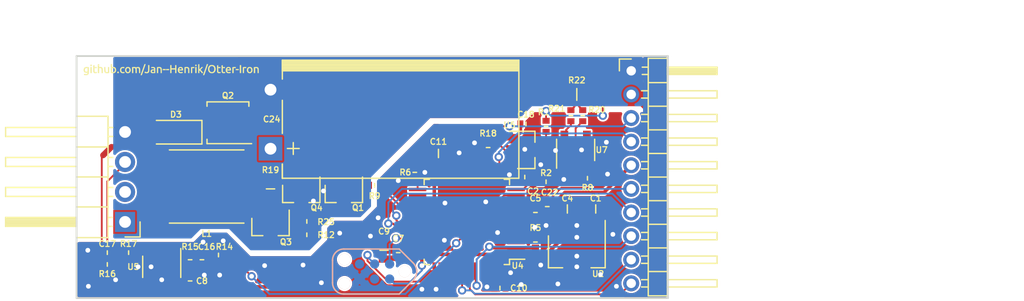
<source format=kicad_pcb>
(kicad_pcb (version 20171130) (host pcbnew 5.1.4+dfsg1-1)
  (layers (0 F.Cu mixed) (31 B.Cu mixed) (34 B.Paste user) (35 F.Paste user) (36 B.SilkS user) (37 F.SilkS user) (38 B.Mask user) (39 F.Mask user) (44 Edge.Cuts user))
  (net 0 "")
  (net 1 GND)
  (net 2 VBUS)
  (net 3 UIN)
  (net 4 +3V3)
  (net 5 "Net-(C16-Pad2)")
  (net 6 "Net-(C16-Pad1)")
  (net 7 C245_JUNC)
  (net 8 "Net-(C17-Pad1)")
  (net 9 IIN)
  (net 10 "Net-(D3-Pad1)")
  (net 11 USB_P)
  (net 12 USB_N)
  (net 13 OLED_SCL)
  (net 14 OLED_SDA)
  (net 15 "Net-(P1-Pad6)")
  (net 16 SWCLK)
  (net 17 nRST)
  (net 18 SWDIO)
  (net 19 "Net-(Q1-Pad3)")
  (net 20 "Net-(Q1-Pad1)")
  (net 21 "Net-(Q2-Pad4)")
  (net 22 "Net-(Q3-Pad2)")
  (net 23 "Net-(Q3-Pad1)")
  (net 24 INT_N)
  (net 25 PWM)
  (net 26 TTIP)
  (net 27 "Net-(R17-Pad2)")
  (net 28 "Net-(R18-Pad2)")
  (net 29 TREF)
  (net 30 "Net-(R20-Pad2)")
  (net 31 "Net-(R21-Pad1)")
  (net 32 "Net-(U4-Pad46)")
  (net 33 "Net-(U4-Pad45)")
  (net 34 "Net-(U4-Pad41)")
  (net 35 "Net-(U4-Pad40)")
  (net 36 "Net-(U4-Pad39)")
  (net 37 "Net-(U4-Pad38)")
  (net 38 "Net-(U4-Pad31)")
  (net 39 "Net-(U4-Pad30)")
  (net 40 "Net-(U4-Pad28)")
  (net 41 "Net-(U4-Pad27)")
  (net 42 "Net-(U4-Pad26)")
  (net 43 "Net-(U4-Pad20)")
  (net 44 "Net-(U4-Pad19)")
  (net 45 "Net-(U4-Pad18)")
  (net 46 "Net-(U4-Pad17)")
  (net 47 "Net-(U4-Pad16)")
  (net 48 "Net-(U4-Pad14)")
  (net 49 "Net-(U4-Pad6)")
  (net 50 "Net-(U4-Pad5)")
  (net 51 "Net-(U4-Pad4)")
  (net 52 "Net-(U4-Pad3)")
  (net 53 "Net-(J3-Pad2)")
  (net 54 "Net-(J3-Pad1)")
  (net 55 SW2)
  (net 56 SW1)
  (net 57 "Net-(P1-Pad3)")
  (net 58 "Net-(C24-Pad1)")
  (net 59 "Net-(U4-Pad22)")
  (net 60 "Net-(U4-Pad21)")
  (module otter:otter-iron-github (layer F.Cu) (at 58 100.9)
    (fp_text reference G*** hide)
    (fp_text value LOGO hide)
  )
  (module Connector_PinHeader_2.00mm:PinHeader_1x10_P2.00mm_Horizontal (layer F.Cu) (at 96.9 101)
    (fp_text reference J1 hide)
    (fp_text value Conn_01x10)
    (pad 10 thru_hole oval (at 0 18) (size 1.35 1.35) (drill 0.8) (layers *.Cu *.Mask) (net 14 OLED_SDA))
    (pad 9 thru_hole oval (at 0 16) (size 1.35 1.35) (drill 0.8) (layers *.Cu *.Mask) (net 13 OLED_SCL))
    (pad 8 thru_hole oval (at 0 14) (size 1.35 1.35) (drill 0.8) (layers *.Cu *.Mask) (net 55 SW2))
    (pad 7 thru_hole oval (at 0 12) (size 1.35 1.35) (drill 0.8) (layers *.Cu *.Mask) (net 12 USB_N))
    (pad 6 thru_hole oval (at 0 10) (size 1.35 1.35) (drill 0.8) (layers *.Cu *.Mask) (net 11 USB_P))
    (pad 5 thru_hole oval (at 0 8) (size 1.35 1.35) (drill 0.8) (layers *.Cu *.Mask) (net 4 +3V3))
    (pad 4 thru_hole oval (at 0 6) (size 1.35 1.35) (drill 0.8) (layers *.Cu *.Mask) (net 56 SW1))
    (pad 3 thru_hole oval (at 0 4) (size 1.35 1.35) (drill 0.8) (layers *.Cu *.Mask) (net 24 INT_N))
    (pad 2 thru_hole oval (at 0 2) (size 1.35 1.35) (drill 0.8) (layers *.Cu *.Mask) (net 2 VBUS))
    (pad 1 thru_hole rect (at 0 0) (size 1.35 1.35) (drill 0.8) (layers *.Cu *.Mask) (net 1 GND))
  )
  (module otter:LQFP-48_7x7mm_P0.5mm (layer F.Cu) (at 83 113.8 180)
    (fp_text reference U4 (at -4.3 -3.7) (layer F.SilkS) (effects (font (size 0.5 0.5) (thickness 0.1))))
    (fp_text value STM32F072C8Tx hide)
    (pad 48 smd rect (at -2.75 -4.1625 180) (size 0.3 1.475) (layers F.Cu F.Paste F.Mask) (net 4 +3V3))
    (pad 47 smd rect (at -2.25 -4.1625 180) (size 0.3 1.475) (layers F.Cu F.Paste F.Mask) (net 1 GND))
    (pad 46 smd rect (at -1.75 -4.1625 180) (size 0.3 1.475) (layers F.Cu F.Paste F.Mask) (net 32 "Net-(U4-Pad46)"))
    (pad 45 smd rect (at -1.25 -4.1625 180) (size 0.3 1.475) (layers F.Cu F.Paste F.Mask) (net 33 "Net-(U4-Pad45)"))
    (pad 44 smd rect (at -0.75 -4.1625 180) (size 0.3 1.475) (layers F.Cu F.Paste F.Mask) (net 55 SW2))
    (pad 43 smd rect (at -0.25 -4.1625 180) (size 0.3 1.475) (layers F.Cu F.Paste F.Mask) (net 14 OLED_SDA))
    (pad 42 smd rect (at 0.25 -4.1625 180) (size 0.3 1.475) (layers F.Cu F.Paste F.Mask) (net 13 OLED_SCL))
    (pad 41 smd rect (at 0.75 -4.1625 180) (size 0.3 1.475) (layers F.Cu F.Paste F.Mask) (net 34 "Net-(U4-Pad41)"))
    (pad 40 smd rect (at 1.25 -4.1625 180) (size 0.3 1.475) (layers F.Cu F.Paste F.Mask) (net 35 "Net-(U4-Pad40)"))
    (pad 39 smd rect (at 1.75 -4.1625 180) (size 0.3 1.475) (layers F.Cu F.Paste F.Mask) (net 36 "Net-(U4-Pad39)"))
    (pad 38 smd rect (at 2.25 -4.1625 180) (size 0.3 1.475) (layers F.Cu F.Paste F.Mask) (net 37 "Net-(U4-Pad38)"))
    (pad 37 smd rect (at 2.75 -4.1625 180) (size 0.3 1.475) (layers F.Cu F.Paste F.Mask) (net 16 SWCLK))
    (pad 36 smd rect (at 4.1625 -2.75 180) (size 1.475 0.3) (layers F.Cu F.Paste F.Mask) (net 4 +3V3))
    (pad 35 smd rect (at 4.1625 -2.25 180) (size 1.475 0.3) (layers F.Cu F.Paste F.Mask) (net 1 GND))
    (pad 34 smd rect (at 4.1625 -1.75 180) (size 1.475 0.3) (layers F.Cu F.Paste F.Mask) (net 18 SWDIO))
    (pad 33 smd rect (at 4.1625 -1.25 180) (size 1.475 0.3) (layers F.Cu F.Paste F.Mask) (net 11 USB_P))
    (pad 32 smd rect (at 4.1625 -0.75 180) (size 1.475 0.3) (layers F.Cu F.Paste F.Mask) (net 12 USB_N))
    (pad 31 smd rect (at 4.1625 -0.25 180) (size 1.475 0.3) (layers F.Cu F.Paste F.Mask) (net 38 "Net-(U4-Pad31)"))
    (pad 30 smd rect (at 4.1625 0.25 180) (size 1.475 0.3) (layers F.Cu F.Paste F.Mask) (net 39 "Net-(U4-Pad30)"))
    (pad 29 smd rect (at 4.1625 0.75 180) (size 1.475 0.3) (layers F.Cu F.Paste F.Mask) (net 25 PWM))
    (pad 28 smd rect (at 4.1625 1.25 180) (size 1.475 0.3) (layers F.Cu F.Paste F.Mask) (net 40 "Net-(U4-Pad28)"))
    (pad 27 smd rect (at 4.1625 1.75 180) (size 1.475 0.3) (layers F.Cu F.Paste F.Mask) (net 41 "Net-(U4-Pad27)"))
    (pad 26 smd rect (at 4.1625 2.25 180) (size 1.475 0.3) (layers F.Cu F.Paste F.Mask) (net 42 "Net-(U4-Pad26)"))
    (pad 25 smd rect (at 4.1625 2.75 180) (size 1.475 0.3) (layers F.Cu F.Paste F.Mask) (net 24 INT_N))
    (pad 24 smd rect (at 2.75 4.1625 180) (size 0.3 1.475) (layers F.Cu F.Paste F.Mask) (net 4 +3V3))
    (pad 23 smd rect (at 2.25 4.1625 180) (size 0.3 1.475) (layers F.Cu F.Paste F.Mask) (net 1 GND))
    (pad 22 smd rect (at 1.75 4.1625 180) (size 0.3 1.475) (layers F.Cu F.Paste F.Mask) (net 59 "Net-(U4-Pad22)"))
    (pad 21 smd rect (at 1.25 4.1625 180) (size 0.3 1.475) (layers F.Cu F.Paste F.Mask) (net 60 "Net-(U4-Pad21)"))
    (pad 20 smd rect (at 0.75 4.1625 180) (size 0.3 1.475) (layers F.Cu F.Paste F.Mask) (net 43 "Net-(U4-Pad20)"))
    (pad 19 smd rect (at 0.25 4.1625 180) (size 0.3 1.475) (layers F.Cu F.Paste F.Mask) (net 44 "Net-(U4-Pad19)"))
    (pad 18 smd rect (at -0.25 4.1625 180) (size 0.3 1.475) (layers F.Cu F.Paste F.Mask) (net 45 "Net-(U4-Pad18)"))
    (pad 17 smd rect (at -0.75 4.1625 180) (size 0.3 1.475) (layers F.Cu F.Paste F.Mask) (net 46 "Net-(U4-Pad17)"))
    (pad 16 smd rect (at -1.25 4.1625 180) (size 0.3 1.475) (layers F.Cu F.Paste F.Mask) (net 47 "Net-(U4-Pad16)"))
    (pad 15 smd rect (at -1.75 4.1625 180) (size 0.3 1.475) (layers F.Cu F.Paste F.Mask) (net 29 TREF))
    (pad 14 smd rect (at -2.25 4.1625 180) (size 0.3 1.475) (layers F.Cu F.Paste F.Mask) (net 48 "Net-(U4-Pad14)"))
    (pad 13 smd rect (at -2.75 4.1625 180) (size 0.3 1.475) (layers F.Cu F.Paste F.Mask) (net 56 SW1))
    (pad 12 smd rect (at -4.1625 2.75 180) (size 1.475 0.3) (layers F.Cu F.Paste F.Mask) (net 3 UIN))
    (pad 11 smd rect (at -4.1625 2.25 180) (size 1.475 0.3) (layers F.Cu F.Paste F.Mask) (net 26 TTIP))
    (pad 10 smd rect (at -4.1625 1.75 180) (size 1.475 0.3) (layers F.Cu F.Paste F.Mask) (net 9 IIN))
    (pad 9 smd rect (at -4.1625 1.25 180) (size 1.475 0.3) (layers F.Cu F.Paste F.Mask) (net 4 +3V3))
    (pad 8 smd rect (at -4.1625 0.75 180) (size 1.475 0.3) (layers F.Cu F.Paste F.Mask) (net 1 GND))
    (pad 7 smd rect (at -4.1625 0.25 180) (size 1.475 0.3) (layers F.Cu F.Paste F.Mask) (net 17 nRST))
    (pad 6 smd rect (at -4.1625 -0.25 180) (size 1.475 0.3) (layers F.Cu F.Paste F.Mask) (net 49 "Net-(U4-Pad6)"))
    (pad 5 smd rect (at -4.1625 -0.75 180) (size 1.475 0.3) (layers F.Cu F.Paste F.Mask) (net 50 "Net-(U4-Pad5)"))
    (pad 4 smd rect (at -4.1625 -1.25 180) (size 1.475 0.3) (layers F.Cu F.Paste F.Mask) (net 51 "Net-(U4-Pad4)"))
    (pad 3 smd rect (at -4.1625 -1.75 180) (size 1.475 0.3) (layers F.Cu F.Paste F.Mask) (net 52 "Net-(U4-Pad3)"))
    (pad 2 smd rect (at -4.1625 -2.25 180) (size 1.475 0.3) (layers F.Cu F.Paste F.Mask) (net 55 SW2))
    (pad 1 smd rect (at -4.1625 -2.75 180) (size 1.475 0.3) (layers F.Cu F.Paste F.Mask) (net 4 +3V3))
  )
  (module Inductor_SMD:L_Taiyo-Yuden_NR-60xx (layer F.Cu) (at 61 110.8 180)
    (fp_text reference L1 (at 0 -4) (layer F.SilkS) (effects (font (size 0.5 0.5) (thickness 0.1))))
    (fp_text value 4.7u)
    (pad 2 smd rect (at 2.35 0 180) (size 1.6 5.9) (layers F.Cu F.Paste F.Mask) (net 54 "Net-(J3-Pad1)"))
    (pad 1 smd rect (at -2.35 0 180) (size 1.6 5.9) (layers F.Cu F.Paste F.Mask) (net 10 "Net-(D3-Pad1)"))
  )
  (module Connector_PinHeader_2.54mm:PinHeader_1x04_P2.54mm_Horizontal (layer F.Cu) (at 54.1 110 180)
    (fp_text reference J3 hide)
    (fp_text value C245)
    (pad 4 thru_hole oval (at 0 3.82 180) (size 1.7 1.7) (drill 1) (layers *.Cu *.Mask) (net 1 GND))
    (pad 3 thru_hole oval (at 0 1.28 180) (size 1.7 1.7) (drill 1) (layers *.Cu *.Mask) (net 7 C245_JUNC))
    (pad 2 thru_hole oval (at 0 -1.26 180) (size 1.7 1.7) (drill 1) (layers *.Cu *.Mask) (net 53 "Net-(J3-Pad2)"))
    (pad 1 thru_hole rect (at 0 -3.8 180) (size 1.7 1.7) (drill 1) (layers *.Cu *.Mask) (net 54 "Net-(J3-Pad1)"))
  )
  (module Package_TO_SOT_SMD:SOT-23-5 (layer F.Cu) (at 92.2 107.7 90)
    (fp_text reference U7 (at 0 2.2 180) (layer F.SilkS) (effects (font (size 0.5 0.5) (thickness 0.1))))
    (fp_text value SI8540)
    (pad 5 smd rect (at 1.1 -0.95 90) (size 1.06 0.65) (layers F.Cu F.Paste F.Mask) (net 31 "Net-(R21-Pad1)"))
    (pad 4 smd rect (at 1.1 0.95 90) (size 1.06 0.65) (layers F.Cu F.Paste F.Mask) (net 9 IIN))
    (pad 3 smd rect (at -1.1 0.95 90) (size 1.06 0.65) (layers F.Cu F.Paste F.Mask) (net 1 GND))
    (pad 2 smd rect (at -1.1 0 90) (size 1.06 0.65) (layers F.Cu F.Paste F.Mask) (net 1 GND))
    (pad 1 smd rect (at -1.1 -0.95 90) (size 1.06 0.65) (layers F.Cu F.Paste F.Mask) (net 30 "Net-(R20-Pad2)"))
  )
  (module Package_TO_SOT_SMD:SOT-23 (layer F.Cu) (at 88 107.7)
    (fp_text reference U6 (at -1.4 -2.1) (layer F.SilkS) (effects (font (size 0.5 0.5) (thickness 0.1))))
    (fp_text value MCP9700AT-ETT)
    (pad 3 smd rect (at 1 0) (size 0.9 0.8) (layers F.Cu F.Paste F.Mask) (net 1 GND))
    (pad 2 smd rect (at -1 0.95) (size 0.9 0.8) (layers F.Cu F.Paste F.Mask) (net 28 "Net-(R18-Pad2)"))
    (pad 1 smd rect (at -1 -0.95) (size 0.9 0.8) (layers F.Cu F.Paste F.Mask) (net 4 +3V3))
  )
  (module Package_TO_SOT_SMD:SOT-23-5 (layer F.Cu) (at 57.2 117.6 270)
    (fp_text reference U5 (at 0 2.4 180) (layer F.SilkS) (effects (font (size 0.5 0.5) (thickness 0.1))))
    (fp_text value OPA340NA)
    (pad 5 smd rect (at 1.1 -0.95 270) (size 1.06 0.65) (layers F.Cu F.Paste F.Mask) (net 4 +3V3))
    (pad 4 smd rect (at 1.1 0.95 270) (size 1.06 0.65) (layers F.Cu F.Paste F.Mask) (net 6 "Net-(C16-Pad1)"))
    (pad 3 smd rect (at -1.1 0.95 270) (size 1.06 0.65) (layers F.Cu F.Paste F.Mask) (net 27 "Net-(R17-Pad2)"))
    (pad 2 smd rect (at -1.1 0 270) (size 1.06 0.65) (layers F.Cu F.Paste F.Mask) (net 1 GND))
    (pad 1 smd rect (at -1.1 -0.95 270) (size 1.06 0.65) (layers F.Cu F.Paste F.Mask) (net 5 "Net-(C16-Pad2)"))
  )
  (module Package_TO_SOT_SMD:SOT-89-3 (layer F.Cu) (at 92.3 115.9 270)
    (fp_text reference U2 (at 2.3 -1.8 180) (layer F.SilkS) (effects (font (size 0.5 0.5) (thickness 0.1))))
    (fp_text value AP2204R-3.3)
    (pad 2 smd trapezoid (at -0.0762 0) (size 1.5 1) (rect_delta 0 0.7) (layers F.Cu F.Paste F.Mask) (net 1 GND))
    (pad 2 smd rect (at 1.3335 0 180) (size 2.2 1.84) (layers F.Cu F.Paste F.Mask) (net 1 GND))
    (pad 3 smd rect (at -1.48 1.5 180) (size 1 1.5) (layers F.Cu F.Paste F.Mask) (net 4 +3V3))
    (pad 2 smd rect (at -1.3335 0 180) (size 1 1.8) (layers F.Cu F.Paste F.Mask) (net 1 GND))
    (pad 1 smd rect (at -1.48 -1.5 180) (size 1 1.5) (layers F.Cu F.Paste F.Mask) (net 2 VBUS))
    (pad 2 smd trapezoid (at 2.667 0 180) (size 1.6 0.85) (rect_delta 0 0.6) (layers F.Cu F.Paste F.Mask) (net 1 GND))
  )
  (module otter:R_0402 (layer F.Cu) (at 69.470711 113.756497 180)
    (fp_text reference R25 (at -1.629289 -0.043503) (layer F.SilkS) (effects (font (size 0.5 0.5) (thickness 0.1))))
    (fp_text value 2k37 hide)
    (pad 2 smd rect (at 0.47 0 180) (size 0.5 0.6) (layers F.Cu F.Paste F.Mask) (net 23 "Net-(Q3-Pad1)"))
    (pad 1 smd rect (at -0.47 0 180) (size 0.5 0.6) (layers F.Cu F.Paste F.Mask) (net 19 "Net-(Q1-Pad3)"))
  )
  (module otter:R_0805 (layer F.Cu) (at 92.3 103 180)
    (fp_text reference R22 (at 0 1.2) (layer F.SilkS) (effects (font (size 0.5 0.5) (thickness 0.1))))
    (fp_text value 10m hide)
    (pad 2 smd rect (at 0.95 0 180) (size 0.7 1.3) (layers F.Cu F.Paste F.Mask) (net 58 "Net-(C24-Pad1)"))
    (pad 1 smd rect (at -0.95 0 180) (size 0.7 1.3) (layers F.Cu F.Paste F.Mask) (net 2 VBUS))
  )
  (module otter:R_0402 (layer F.Cu) (at 91.8 104.8 90)
    (fp_text reference R21 (at 0.6 -1.2) (layer F.SilkS) (effects (font (size 0.5 0.5) (thickness 0.1))))
    (fp_text value 33 hide)
    (pad 2 smd rect (at 0.47 0 90) (size 0.5 0.6) (layers F.Cu F.Paste F.Mask) (net 58 "Net-(C24-Pad1)"))
    (pad 1 smd rect (at -0.47 0 90) (size 0.5 0.6) (layers F.Cu F.Paste F.Mask) (net 31 "Net-(R21-Pad1)"))
  )
  (module otter:R_0402 (layer F.Cu) (at 92.8 104.8 270)
    (fp_text reference R20 (at -0.5 -1.2 180) (layer F.SilkS) (effects (font (size 0.5 0.5) (thickness 0.1))))
    (fp_text value 33 hide)
    (pad 2 smd rect (at 0.47 0 270) (size 0.5 0.6) (layers F.Cu F.Paste F.Mask) (net 30 "Net-(R20-Pad2)"))
    (pad 1 smd rect (at -0.47 0 270) (size 0.5 0.6) (layers F.Cu F.Paste F.Mask) (net 2 VBUS))
  )
  (module otter:R_0603 (layer F.Cu) (at 66.4 111 90)
    (fp_text reference R19 (at 1.6 0 180) (layer F.SilkS) (effects (font (size 0.5 0.5) (thickness 0.1))))
    (fp_text value 20 hide)
    (pad 2 smd rect (at 0.75 0 90) (size 0.6 0.9) (layers F.Cu F.Paste F.Mask) (net 21 "Net-(Q2-Pad4)"))
    (pad 1 smd rect (at -0.75 0 90) (size 0.6 0.9) (layers F.Cu F.Paste F.Mask) (net 22 "Net-(Q3-Pad2)"))
  )
  (module otter:R_0402 (layer F.Cu) (at 84.8 107.5 90)
    (fp_text reference R18 (at 1.2 0 180) (layer F.SilkS) (effects (font (size 0.5 0.5) (thickness 0.1))))
    (fp_text value 2k37 hide)
    (pad 2 smd rect (at 0.47 0 90) (size 0.5 0.6) (layers F.Cu F.Paste F.Mask) (net 28 "Net-(R18-Pad2)"))
    (pad 1 smd rect (at -0.47 0 90) (size 0.5 0.6) (layers F.Cu F.Paste F.Mask) (net 29 TREF))
  )
  (module otter:R_0402 (layer F.Cu) (at 54.4 116.4)
    (fp_text reference R17 (at 0 -0.75) (layer F.SilkS) (effects (font (size 0.5 0.5) (thickness 0.1))))
    (fp_text value 100k hide)
    (pad 2 smd rect (at 0.47 0) (size 0.5 0.6) (layers F.Cu F.Paste F.Mask) (net 27 "Net-(R17-Pad2)"))
    (pad 1 smd rect (at -0.47 0) (size 0.5 0.6) (layers F.Cu F.Paste F.Mask) (net 7 C245_JUNC))
  )
  (module otter:R_0402 (layer F.Cu) (at 52.6 117.4)
    (fp_text reference R16 (at 0 0.8) (layer F.SilkS) (effects (font (size 0.5 0.5) (thickness 0.1))))
    (fp_text value 2k37 hide)
    (pad 2 smd rect (at 0.47 0) (size 0.5 0.6) (layers F.Cu F.Paste F.Mask) (net 6 "Net-(C16-Pad1)"))
    (pad 1 smd rect (at -0.47 0) (size 0.5 0.6) (layers F.Cu F.Paste F.Mask) (net 8 "Net-(C17-Pad1)"))
  )
  (module otter:R_0402 (layer F.Cu) (at 59.6 117 90)
    (fp_text reference R15 (at 1.1 0 180) (layer F.SilkS) (effects (font (size 0.5 0.5) (thickness 0.1))))
    (fp_text value 750k hide)
    (pad 2 smd rect (at 0.47 0 90) (size 0.5 0.6) (layers F.Cu F.Paste F.Mask) (net 5 "Net-(C16-Pad2)"))
    (pad 1 smd rect (at -0.47 0 90) (size 0.5 0.6) (layers F.Cu F.Paste F.Mask) (net 6 "Net-(C16-Pad1)"))
  )
  (module otter:R_0402 (layer F.Cu) (at 62 116.6)
    (fp_text reference R14 (at 0.5 -0.7) (layer F.SilkS) (effects (font (size 0.5 0.5) (thickness 0.1))))
    (fp_text value 2k37 hide)
    (pad 2 smd rect (at 0.47 0) (size 0.5 0.6) (layers F.Cu F.Paste F.Mask) (net 26 TTIP))
    (pad 1 smd rect (at -0.47 0) (size 0.5 0.6) (layers F.Cu F.Paste F.Mask) (net 5 "Net-(C16-Pad2)"))
  )
  (module otter:R_0402 (layer F.Cu) (at 69.470711 114.887868)
    (fp_text reference R12 (at 1.629289 0.012132) (layer F.SilkS) (effects (font (size 0.5 0.5) (thickness 0.1))))
    (fp_text value 2k37 hide)
    (pad 2 smd rect (at 0.47 0) (size 0.5 0.6) (layers F.Cu F.Paste F.Mask) (net 19 "Net-(Q1-Pad3)"))
    (pad 1 smd rect (at -0.47 0) (size 0.5 0.6) (layers F.Cu F.Paste F.Mask) (net 58 "Net-(C24-Pad1)"))
  )
  (module otter:R_0402 (layer F.Cu) (at 75.2 110.7 180)
    (fp_text reference R9 (at 0 -0.9) (layer F.SilkS) (effects (font (size 0.5 0.5) (thickness 0.1))))
    (fp_text value 2k37 hide)
    (pad 2 smd rect (at 0.47 0 180) (size 0.5 0.6) (layers F.Cu F.Paste F.Mask) (net 20 "Net-(Q1-Pad1)"))
    (pad 1 smd rect (at -0.47 0 180) (size 0.5 0.6) (layers F.Cu F.Paste F.Mask) (net 25 PWM))
  )
  (module otter:R_0402 (layer F.Cu) (at 93.2 110.1 180)
    (fp_text reference R8 (at 0 -0.8) (layer F.SilkS) (effects (font (size 0.5 0.5) (thickness 0.1))))
    (fp_text value 2k37 hide)
    (pad 2 smd rect (at 0.47 0 180) (size 0.5 0.6) (layers F.Cu F.Paste F.Mask) (net 1 GND))
    (pad 1 smd rect (at -0.47 0 180) (size 0.5 0.6) (layers F.Cu F.Paste F.Mask) (net 9 IIN))
  )
  (module otter:R_0402 (layer F.Cu) (at 78.6 109.6 90)
    (fp_text reference R6 (at 0 -0.8 180) (layer F.SilkS) (effects (font (size 0.5 0.5) (thickness 0.1))))
    (fp_text value 2k37 hide)
    (pad 2 smd rect (at 0.47 0 90) (size 0.5 0.6) (layers F.Cu F.Paste F.Mask) (net 4 +3V3))
    (pad 1 smd rect (at -0.47 0 90) (size 0.5 0.6) (layers F.Cu F.Paste F.Mask) (net 24 INT_N))
  )
  (module otter:R_0402 (layer F.Cu) (at 88.8 115.5 270)
    (fp_text reference R5 (at -1.2 0 180) (layer F.SilkS) (effects (font (size 0.5 0.5) (thickness 0.1))))
    (fp_text value 2k37 hide)
    (pad 2 smd rect (at 0.47 0 270) (size 0.5 0.6) (layers F.Cu F.Paste F.Mask) (net 55 SW2))
    (pad 1 smd rect (at -0.47 0 270) (size 0.5 0.6) (layers F.Cu F.Paste F.Mask) (net 1 GND))
  )
  (module otter:R_0402 (layer F.Cu) (at 89.7 110.4)
    (fp_text reference R2 (at 0 -0.75) (layer F.SilkS) (effects (font (size 0.5 0.5) (thickness 0.1))))
    (fp_text value 100k hide)
    (pad 2 smd rect (at 0.47 0) (size 0.5 0.6) (layers F.Cu F.Paste F.Mask) (net 1 GND))
    (pad 1 smd rect (at -0.47 0) (size 0.5 0.6) (layers F.Cu F.Paste F.Mask) (net 3 UIN))
  )
  (module otter:R_0402 (layer F.Cu) (at 89.7 105.7 270)
    (fp_text reference R1 (at -1.2 0.2 180) (layer F.SilkS) (effects (font (size 0.5 0.5) (thickness 0.1))))
    (fp_text value 560k hide)
    (pad 2 smd rect (at 0.47 0 270) (size 0.5 0.6) (layers F.Cu F.Paste F.Mask) (net 3 UIN))
    (pad 1 smd rect (at -0.47 0 270) (size 0.5 0.6) (layers F.Cu F.Paste F.Mask) (net 2 VBUS))
  )
  (module Package_TO_SOT_SMD:SOT-23 (layer F.Cu) (at 69 111.4 270)
    (fp_text reference Q4 (at 1.2 -1.3 180) (layer F.SilkS) (effects (font (size 0.5 0.5) (thickness 0.1))))
    (fp_text value BC807)
    (pad 3 smd rect (at 1 0 270) (size 0.9 0.8) (layers F.Cu F.Paste F.Mask) (net 1 GND))
    (pad 2 smd rect (at -1 0.95 270) (size 0.9 0.8) (layers F.Cu F.Paste F.Mask) (net 22 "Net-(Q3-Pad2)"))
    (pad 1 smd rect (at -1 -0.95 270) (size 0.9 0.8) (layers F.Cu F.Paste F.Mask) (net 23 "Net-(Q3-Pad1)"))
  )
  (module Package_TO_SOT_SMD:SOT-23 (layer F.Cu) (at 66.4 114.2 270)
    (fp_text reference Q3 (at 1.3 -1.3 180) (layer F.SilkS) (effects (font (size 0.5 0.5) (thickness 0.1))))
    (fp_text value SS8050)
    (pad 3 smd rect (at 1 0 270) (size 0.9 0.8) (layers F.Cu F.Paste F.Mask) (net 58 "Net-(C24-Pad1)"))
    (pad 2 smd rect (at -1 0.95 270) (size 0.9 0.8) (layers F.Cu F.Paste F.Mask) (net 22 "Net-(Q3-Pad2)"))
    (pad 1 smd rect (at -1 -0.95 270) (size 0.9 0.8) (layers F.Cu F.Paste F.Mask) (net 23 "Net-(Q3-Pad1)"))
  )
  (module otter:Diodes_PowerDI3333-8 (layer F.Cu) (at 62.8 105.4 180)
    (fp_text reference Q2 (at 0 2.3) (layer F.SilkS) (effects (font (size 0.5 0.5) (thickness 0.1))))
    (fp_text value DMP3017SFG)
    (pad 1 smd rect (at -1.5 -0.975 180) (size 0.7 0.42) (layers F.Cu F.Paste F.Mask) (net 58 "Net-(C24-Pad1)"))
    (pad 3 smd rect (at -1.5 0.325 180) (size 0.7 0.42) (layers F.Cu F.Paste F.Mask) (net 58 "Net-(C24-Pad1)"))
    (pad 2 smd rect (at -1.5 -0.325 180) (size 0.7 0.42) (layers F.Cu F.Paste F.Mask) (net 58 "Net-(C24-Pad1)"))
    (pad 4 smd rect (at -1.5 0.975 180) (size 0.7 0.42) (layers F.Cu F.Paste F.Mask) (net 21 "Net-(Q2-Pad4)"))
    (pad 5 smd custom (at 0.455 0 180) (size 1.71 2.37) (layers F.Cu F.Mask) (net 10 "Net-(D3-Pad1)") (options (clearance outline) (anchor rect)) (primitives (gr_poly (pts (xy 0.855 1.185) (xy 1.395 1.185) (xy 1.395 0.765) (xy 0.855 0.765)) (width 0)) (gr_poly (pts (xy 0.855 0.535) (xy 1.395 0.535) (xy 1.395 0.115) (xy 0.855 0.115)) (width 0)) (gr_poly (pts (xy 0.855 -0.115) (xy 1.395 -0.115) (xy 1.395 -0.535) (xy 0.855 -0.535)) (width 0)) (gr_poly (pts (xy 0.855 -0.765) (xy 1.395 -0.765) (xy 1.395 -1.185) (xy 0.855 -1.185)) (width 0))))
  )
  (module Package_TO_SOT_SMD:SOT-23 (layer F.Cu) (at 72.6 111.4 270)
    (fp_text reference Q1 (at 1.2 -1.2 180) (layer F.SilkS) (effects (font (size 0.5 0.5) (thickness 0.1))))
    (fp_text value SS8050)
    (pad 3 smd rect (at 1 0 270) (size 0.9 0.8) (layers F.Cu F.Paste F.Mask) (net 19 "Net-(Q1-Pad3)"))
    (pad 2 smd rect (at -1 0.95 270) (size 0.9 0.8) (layers F.Cu F.Paste F.Mask) (net 1 GND))
    (pad 1 smd rect (at -1 -0.95 270) (size 0.9 0.8) (layers F.Cu F.Paste F.Mask) (net 20 "Net-(Q1-Pad1)"))
  )
  (module otter:TC2030 (layer B.Cu) (at 75.2 118 180)
    (fp_text reference P1 hide)
    (fp_text value TC2030-CTX hide)
    (pad "" np_thru_hole circle (at 2.54 -1.016 180) (size 0.98552 0.98552) (drill 0.98552) (layers *.Cu *.Mask B.SilkS))
    (pad "" np_thru_hole circle (at 2.54 1.016 180) (size 0.98552 0.98552) (drill 0.98552) (layers *.Cu *.Mask B.SilkS))
    (pad "" np_thru_hole circle (at -2.54 0 180) (size 0.98806 0.98806) (drill 0.98806) (layers *.Cu *.Mask B.SilkS))
    (pad 6 connect circle (at 1.27 0.635 180) (size 0.78486 0.78486) (layers B.Cu B.Mask) (net 15 "Net-(P1-Pad6)"))
    (pad 5 connect circle (at 1.27 -0.635 180) (size 0.78486 0.78486) (layers B.Cu B.Mask) (net 1 GND))
    (pad 4 connect circle (at 0 0.635 180) (size 0.78486 0.78486) (layers B.Cu B.Mask) (net 16 SWCLK))
    (pad 3 connect circle (at 0 -0.635 180) (size 0.78486 0.78486) (layers B.Cu B.Mask) (net 57 "Net-(P1-Pad3)"))
    (pad 2 connect circle (at -1.27 0.635 180) (size 0.78486 0.78486) (layers B.Cu B.Mask) (net 18 SWDIO))
    (pad 1 connect circle (at -1.27 -0.635 180) (size 0.78486 0.78486) (layers B.Cu B.Mask) (net 4 +3V3))
  )
  (module NetTie:NetTie-2_SMD_Pad0.5mm (layer F.Cu) (at 52.6 107.8 45)
    (fp_text reference NT1 hide)
    (fp_text value JUNC_N)
    (fp_poly (pts (xy -0.5 -0.25) (xy 0.5 -0.25) (xy 0.5 0.25) (xy -0.5 0.25)) (layer F.Cu) (width 0))
    (pad 2 smd circle (at 0.5 0 45) (size 0.5 0.5) (layers F.Cu) (net 1 GND))
    (pad 1 smd circle (at -0.5 0 45) (size 0.5 0.5) (layers F.Cu) (net 8 "Net-(C17-Pad1)"))
  )
  (module Diode_SMD:D_SOD-123F (layer F.Cu) (at 58.4 106.2 180)
    (fp_text reference D3 (at 0 1.5) (layer F.SilkS) (effects (font (size 0.5 0.5) (thickness 0.1))))
    (fp_text value B140-E3)
    (pad 2 smd rect (at 1.4 0 180) (size 1.1 1.1) (layers F.Cu F.Paste F.Mask) (net 1 GND))
    (pad 1 smd rect (at -1.4 0 180) (size 1.1 1.1) (layers F.Cu F.Paste F.Mask) (net 10 "Net-(D3-Pad1)"))
  )
  (module otter:CP_Radial_D10.0mm_P5.00mm_flat (layer F.Cu) (at 66.4 105.1 90)
    (fp_text reference C24 (at 0 0.1 180) (layer F.SilkS) (effects (font (size 0.5 0.5) (thickness 0.1))))
    (fp_text value 1000µF)
    (pad 2 thru_hole circle (at 2.5 0 90) (size 2 2) (drill 1) (layers *.Cu *.Mask) (net 1 GND))
    (pad 1 thru_hole rect (at -2.5 0 90) (size 2 2) (drill 1) (layers *.Cu *.Mask) (net 58 "Net-(C24-Pad1)"))
  )
  (module otter:C_0402 (layer F.Cu) (at 89.8 112.5 270)
    (fp_text reference C22 (at -1.2 -0.2 180) (layer F.SilkS) (effects (font (size 0.5 0.5) (thickness 0.1))))
    (fp_text value 0.1μF hide)
    (pad 2 smd rect (at 0.47 0 270) (size 0.5 0.6) (layers F.Cu F.Paste F.Mask) (net 1 GND))
    (pad 1 smd rect (at -0.47 0 270) (size 0.5 0.6) (layers F.Cu F.Paste F.Mask) (net 9 IIN))
  )
  (module otter:C_0402 (layer F.Cu) (at 88 105.5)
    (fp_text reference C18 (at 0 -0.8) (layer F.SilkS) (effects (font (size 0.5 0.5) (thickness 0.1))))
    (fp_text value 0.1μF hide)
    (pad 2 smd rect (at 0.47 0) (size 0.5 0.6) (layers F.Cu F.Paste F.Mask) (net 1 GND))
    (pad 1 smd rect (at -0.47 0) (size 0.5 0.6) (layers F.Cu F.Paste F.Mask) (net 4 +3V3))
  )
  (module otter:C_0402 (layer F.Cu) (at 52.6 116.4)
    (fp_text reference C17 (at 0 -0.75) (layer F.SilkS) (effects (font (size 0.5 0.5) (thickness 0.1))))
    (fp_text value DNP hide)
    (pad 2 smd rect (at 0.47 0) (size 0.5 0.6) (layers F.Cu F.Paste F.Mask) (net 7 C245_JUNC))
    (pad 1 smd rect (at -0.47 0) (size 0.5 0.6) (layers F.Cu F.Paste F.Mask) (net 8 "Net-(C17-Pad1)"))
  )
  (module otter:C_0402 (layer F.Cu) (at 60.6 117 90)
    (fp_text reference C16 (at 1.1 0.4 180) (layer F.SilkS) (effects (font (size 0.5 0.5) (thickness 0.1))))
    (fp_text value 18p hide)
    (pad 2 smd rect (at 0.47 0 90) (size 0.5 0.6) (layers F.Cu F.Paste F.Mask) (net 5 "Net-(C16-Pad2)"))
    (pad 1 smd rect (at -0.47 0 90) (size 0.5 0.6) (layers F.Cu F.Paste F.Mask) (net 6 "Net-(C16-Pad1)"))
  )
  (module otter:C_0603 (layer F.Cu) (at 80.6 108)
    (fp_text reference C11 (at 0 -1) (layer F.SilkS) (effects (font (size 0.5 0.5) (thickness 0.1))))
    (fp_text value "1μF 25V" hide)
    (pad 2 smd rect (at 0.75 0) (size 0.6 0.9) (layers F.Cu F.Paste F.Mask) (net 1 GND))
    (pad 1 smd rect (at -0.75 0) (size 0.6 0.9) (layers F.Cu F.Paste F.Mask) (net 4 +3V3))
  )
  (module otter:C_0402 (layer F.Cu) (at 85.8 119.4 180)
    (fp_text reference C10 (at -1.6 0) (layer F.SilkS) (effects (font (size 0.5 0.5) (thickness 0.1))))
    (fp_text value 0.1μF hide)
    (pad 2 smd rect (at 0.47 0 180) (size 0.5 0.6) (layers F.Cu F.Paste F.Mask) (net 1 GND))
    (pad 1 smd rect (at -0.47 0 180) (size 0.5 0.6) (layers F.Cu F.Paste F.Mask) (net 4 +3V3))
  )
  (module otter:C_0603 (layer F.Cu) (at 76 116.2 90)
    (fp_text reference C9 (at 1.6 0 180) (layer F.SilkS) (effects (font (size 0.5 0.5) (thickness 0.1))))
    (fp_text value "1μF 25V" hide)
    (pad 2 smd rect (at 0.75 0 90) (size 0.6 0.9) (layers F.Cu F.Paste F.Mask) (net 1 GND))
    (pad 1 smd rect (at -0.75 0 90) (size 0.6 0.9) (layers F.Cu F.Paste F.Mask) (net 4 +3V3))
  )
  (module otter:C_0402 (layer F.Cu) (at 59.6 118.8 90)
    (fp_text reference C8 (at 0 1 180) (layer F.SilkS) (effects (font (size 0.5 0.5) (thickness 0.1))))
    (fp_text value 0.1μF hide)
    (pad 2 smd rect (at 0.47 0 90) (size 0.5 0.6) (layers F.Cu F.Paste F.Mask) (net 1 GND))
    (pad 1 smd rect (at -0.47 0 90) (size 0.5 0.6) (layers F.Cu F.Paste F.Mask) (net 4 +3V3))
  )
  (module otter:C_0402 (layer F.Cu) (at 77.2 116.4 90)
    (fp_text reference C7 (at 1.2 0 180) (layer F.SilkS) (effects (font (size 0.5 0.5) (thickness 0.1))))
    (fp_text value 0.1μF hide)
    (pad 2 smd rect (at 0.47 0 90) (size 0.5 0.6) (layers F.Cu F.Paste F.Mask) (net 1 GND))
    (pad 1 smd rect (at -0.47 0 90) (size 0.5 0.6) (layers F.Cu F.Paste F.Mask) (net 4 +3V3))
  )
  (module otter:C_0402 (layer F.Cu) (at 88.8 113 270)
    (fp_text reference C5 (at -1.2 0 180) (layer F.SilkS) (effects (font (size 0.5 0.5) (thickness 0.1))))
    (fp_text value 0.1μF hide)
    (pad 2 smd rect (at 0.47 0 270) (size 0.5 0.6) (layers F.Cu F.Paste F.Mask) (net 1 GND))
    (pad 1 smd rect (at -0.47 0 270) (size 0.5 0.6) (layers F.Cu F.Paste F.Mask) (net 4 +3V3))
  )
  (module otter:C_0603 (layer F.Cu) (at 91.5 112.7)
    (fp_text reference C4 (at 0 -0.9) (layer F.SilkS) (effects (font (size 0.5 0.5) (thickness 0.1))))
    (fp_text value "1μF 25V" hide)
    (pad 2 smd rect (at 0.75 0) (size 0.6 0.9) (layers F.Cu F.Paste F.Mask) (net 1 GND))
    (pad 1 smd rect (at -0.75 0) (size 0.6 0.9) (layers F.Cu F.Paste F.Mask) (net 4 +3V3))
  )
  (module otter:C_0402 (layer F.Cu) (at 87.9 110 180)
    (fp_text reference C2 (at -0.7 -1.2) (layer F.SilkS) (effects (font (size 0.5 0.5) (thickness 0.1))))
    (fp_text value 0.1μF hide)
    (pad 2 smd rect (at 0.47 0 180) (size 0.5 0.6) (layers F.Cu F.Paste F.Mask) (net 1 GND))
    (pad 1 smd rect (at -0.47 0 180) (size 0.5 0.6) (layers F.Cu F.Paste F.Mask) (net 3 UIN))
  )
  (module otter:C_0603 (layer F.Cu) (at 93.9 112.7 180)
    (fp_text reference C1 (at 0 0.9) (layer F.SilkS) (effects (font (size 0.5 0.5) (thickness 0.1))))
    (fp_text value "1μF 25V" hide)
    (pad 2 smd rect (at 0.75 0 180) (size 0.6 0.9) (layers F.Cu F.Paste F.Mask) (net 1 GND))
    (pad 1 smd rect (at -0.75 0 180) (size 0.6 0.9) (layers F.Cu F.Paste F.Mask) (net 2 VBUS))
  )
  (gr_line (start 50 99.75) (end 100 99.75) (layer Edge.Cuts) (width 0.15))
  (gr_line (start 100 120.25) (end 100 99.75) (layer Edge.Cuts) (width 0.15))
  (gr_line (start 50 120.25) (end 100 120.25) (layer Edge.Cuts) (width 0.15))
  (gr_line (start 50 99.75) (end 50 120.25) (layer Edge.Cuts) (width 0.15))
  (via (at 92.3 117.6) (size 0.7) (drill 0.4) (layers F.Cu B.Cu) (net 1))
  (via (at 92.3 116.7) (size 0.7) (drill 0.4) (layers F.Cu B.Cu) (net 1))
  (via (at 92.3 115.1) (size 0.7) (drill 0.4) (layers F.Cu B.Cu) (net 1))
  (via (at 92.3 114.1) (size 0.7) (drill 0.4) (layers F.Cu B.Cu) (net 1))
  (segment (start 54.22 106.18) (end 54.25 106.18) (width 0.154) (layer F.Cu) (net 1))
  (segment (start 52.953553 107.446447) (end 54.22 106.18) (width 0.154) (layer F.Cu) (net 1))
  (segment (start 56.98 106.18) (end 57 106.2) (width 0.8) (layer F.Cu) (net 1))
  (segment (start 54.25 106.18) (end 56.98 106.18) (width 0.8) (layer F.Cu) (net 1))
  (via (at 56.3 117.6) (size 0.7) (drill 0.4) (layers F.Cu B.Cu) (net 1))
  (segment (start 56.462202 117.6) (end 56.3 117.6) (width 0.2) (layer F.Cu) (net 1))
  (segment (start 57.2 116.5) (end 57.2 116.862202) (width 0.2) (layer F.Cu) (net 1))
  (segment (start 57.2 116.862202) (end 56.462202 117.6) (width 0.2) (layer F.Cu) (net 1))
  (via (at 55.2 117.6) (size 0.7) (drill 0.4) (layers F.Cu B.Cu) (net 1))
  (segment (start 56.3 117.6) (end 55.2 117.6) (width 0.2) (layer F.Cu) (net 1))
  (via (at 57.2 118.7) (size 0.7) (drill 0.4) (layers F.Cu B.Cu) (net 1))
  (via (at 86.7 118.1) (size 0.7) (drill 0.4) (layers F.Cu B.Cu) (net 1))
  (via (at 87.6 119.1) (size 0.7) (drill 0.4) (layers F.Cu B.Cu) (net 1))
  (via (at 84.7 119.3) (size 0.7) (drill 0.4) (layers F.Cu B.Cu) (net 1))
  (segment (start 85.25 117.9625) (end 85.25 119.32) (width 0.3) (layer F.Cu) (net 1))
  (via (at 80.4 119.5) (size 0.7) (drill 0.4) (layers F.Cu B.Cu) (net 1))
  (segment (start 76.28 115.73) (end 76.28 115.73) (width 0.3) (layer F.Cu) (net 1))
  (via (at 53.3 118.7) (size 0.7) (drill 0.4) (layers F.Cu B.Cu) (net 1))
  (segment (start 80.75 108.6) (end 81.35 108) (width 0.3) (layer F.Cu) (net 1))
  (segment (start 80.75 109.6375) (end 80.75 108.6) (width 0.3) (layer F.Cu) (net 1))
  (segment (start 76.6 116.05) (end 76.28 115.73) (width 0.3) (layer F.Cu) (net 1))
  (segment (start 76.28 115.73) (end 76 115.45) (width 0.3) (layer F.Cu) (net 1))
  (segment (start 78.8375 116.05) (end 76.6 116.05) (width 0.3) (layer F.Cu) (net 1))
  (via (at 62.1 118.3) (size 0.7) (drill 0.4) (layers F.Cu B.Cu) (net 1))
  (via (at 60.8 118.3) (size 0.7) (drill 0.4) (layers F.Cu B.Cu) (net 1))
  (segment (start 69.65 112.4) (end 69 112.4) (width 0.5) (layer F.Cu) (net 1))
  (segment (start 71.65 110.4) (end 70.875 111.175) (width 0.5) (layer F.Cu) (net 1))
  (segment (start 70.025 112.025) (end 69.65 112.4) (width 0.5) (layer F.Cu) (net 1))
  (via (at 70.025 112.025) (size 0.7) (drill 0.4) (layers F.Cu B.Cu) (net 1))
  (segment (start 70.875 111.175) (end 70.025 112.025) (width 0.5) (layer F.Cu) (net 1))
  (via (at 70.875 111.175) (size 0.7) (drill 0.4) (layers F.Cu B.Cu) (net 1))
  (via (at 91.2 110.2) (size 0.7) (drill 0.4) (layers F.Cu B.Cu) (net 1))
  (via (at 89.7 114.1) (size 0.7) (drill 0.4) (layers F.Cu B.Cu) (net 1))
  (via (at 88.75 114.25) (size 0.7) (drill 0.4) (layers F.Cu B.Cu) (net 1))
  (via (at 89.25 117.45) (size 0.7) (drill 0.4) (layers F.Cu B.Cu) (net 1))
  (via (at 90.7 119.05) (size 0.7) (drill 0.4) (layers F.Cu B.Cu) (net 1))
  (via (at 94.3 118.25) (size 0.7) (drill 0.4) (layers F.Cu B.Cu) (net 1))
  (via (at 95.35 114.85) (size 0.7) (drill 0.4) (layers F.Cu B.Cu) (net 1))
  (via (at 95.65 119.25) (size 0.7) (drill 0.4) (layers F.Cu B.Cu) (net 1))
  (via (at 94.9 109.75) (size 0.7) (drill 0.4) (layers F.Cu B.Cu) (net 1))
  (via (at 94.8 107.05) (size 0.7) (drill 0.4) (layers F.Cu B.Cu) (net 1))
  (via (at 92.7 107.7) (size 0.7) (drill 0.4) (layers F.Cu B.Cu) (net 1))
  (via (at 90.5 107.75) (size 0.7) (drill 0.4) (layers F.Cu B.Cu) (net 1))
  (via (at 89.25 108.95) (size 0.7) (drill 0.4) (layers F.Cu B.Cu) (net 1))
  (via (at 87.9 107.65) (size 0.7) (drill 0.4) (layers F.Cu B.Cu) (net 1))
  (via (at 86.6 109.8) (size 0.7) (drill 0.4) (layers F.Cu B.Cu) (net 1))
  (via (at 84.6 112.1) (size 0.7) (drill 0.4) (layers F.Cu B.Cu) (net 1))
  (via (at 81.15 112.2) (size 0.7) (drill 0.4) (layers F.Cu B.Cu) (net 1))
  (via (at 81.1 115.35) (size 0.7) (drill 0.4) (layers F.Cu B.Cu) (net 1))
  (via (at 85.6 114.7) (size 0.7) (drill 0.4) (layers F.Cu B.Cu) (net 1))
  (via (at 82.35 107.95) (size 0.7) (drill 0.4) (layers F.Cu B.Cu) (net 1))
  (via (at 83.65 107.1) (size 0.7) (drill 0.4) (layers F.Cu B.Cu) (net 1))
  (via (at 79.45 109.6) (size 0.7) (drill 0.4) (layers F.Cu B.Cu) (net 1))
  (via (at 77.2 110.3) (size 0.7) (drill 0.4) (layers F.Cu B.Cu) (net 1))
  (via (at 75.5 113.45) (size 0.7) (drill 0.4) (layers F.Cu B.Cu) (net 1))
  (via (at 74.85 115) (size 0.7) (drill 0.4) (layers F.Cu B.Cu) (net 1))
  (via (at 72.25 114.75) (size 0.7) (drill 0.4) (layers F.Cu B.Cu) (net 1))
  (via (at 69.15 117.45) (size 0.7) (drill 0.4) (layers F.Cu B.Cu) (net 1))
  (via (at 65.9 117.5) (size 0.7) (drill 0.4) (layers F.Cu B.Cu) (net 1))
  (via (at 62.4 115.4) (size 0.7) (drill 0.4) (layers F.Cu B.Cu) (net 1))
  (via (at 60.7 115.5) (size 0.7) (drill 0.4) (layers F.Cu B.Cu) (net 1))
  (via (at 50.95 116.2) (size 0.7) (drill 0.4) (layers F.Cu B.Cu) (net 1))
  (via (at 51 119.25) (size 0.7) (drill 0.4) (layers F.Cu B.Cu) (net 1))
  (via (at 70.7 118.95) (size 0.7) (drill 0.4) (layers F.Cu B.Cu) (net 1))
  (via (at 79.2 119.5) (size 0.7) (drill 0.4) (layers F.Cu B.Cu) (net 1))
  (segment (start 92.5 104.03) (end 92.8 104.33) (width 0.154) (layer F.Cu) (net 2))
  (segment (start 92.5 103.2) (end 92.5 104.03) (width 0.154) (layer F.Cu) (net 2))
  (segment (start 93.25 103) (end 92.7 103) (width 0.154) (layer F.Cu) (net 2))
  (segment (start 92.7 103) (end 92.5 103.2) (width 0.154) (layer F.Cu) (net 2))
  (segment (start 94.65 112.7) (end 94.65 113.57) (width 0.5) (layer F.Cu) (net 2))
  (segment (start 94.65 113.57) (end 94.31 113.91) (width 0.5) (layer F.Cu) (net 2))
  (segment (start 94.31 113.91) (end 93.8 114.42) (width 0.5) (layer F.Cu) (net 2))
  (segment (start 97.5 114) (end 94.4 114) (width 0.3) (layer F.Cu) (net 2))
  (segment (start 94.4 114) (end 94.31 113.91) (width 0.3) (layer F.Cu) (net 2))
  (segment (start 98.4 113.1) (end 97.5 114) (width 0.3) (layer F.Cu) (net 2))
  (segment (start 96.9 103) (end 98.4 104.5) (width 0.3) (layer F.Cu) (net 2))
  (segment (start 98.4 104.5) (end 98.4 113.1) (width 0.3) (layer F.Cu) (net 2))
  (segment (start 96.9 103) (end 95.1 103) (width 0.154) (layer F.Cu) (net 2))
  (via (at 94.5 104.8) (size 0.7) (drill 0.4) (layers F.Cu B.Cu) (net 2))
  (segment (start 95.1 103) (end 94.5 103.6) (width 0.154) (layer F.Cu) (net 2))
  (segment (start 94.5 103.6) (end 94.5 104.8) (width 0.154) (layer F.Cu) (net 2))
  (via (at 89.7 104.4) (size 0.7) (drill 0.4) (layers F.Cu B.Cu) (net 2))
  (segment (start 94.5 104.8) (end 90.1 104.8) (width 0.154) (layer B.Cu) (net 2))
  (segment (start 90.1 104.8) (end 89.7 104.4) (width 0.154) (layer B.Cu) (net 2))
  (segment (start 89.7 104.4) (end 89.7 105.23) (width 0.154) (layer F.Cu) (net 2))
  (segment (start 88.37 110.43) (end 88.37 110) (width 0.154) (layer F.Cu) (net 3))
  (segment (start 87.75 111.05) (end 88.37 110.43) (width 0.154) (layer F.Cu) (net 3))
  (segment (start 87.1625 111.05) (end 87.75 111.05) (width 0.154) (layer F.Cu) (net 3))
  (segment (start 88.6 110) (end 88.37 110) (width 0.154) (layer F.Cu) (net 3))
  (segment (start 89.23 110.4) (end 89 110.4) (width 0.154) (layer F.Cu) (net 3))
  (segment (start 89 110.4) (end 88.6 110) (width 0.154) (layer F.Cu) (net 3))
  (segment (start 89.7 106.574) (end 89.9 106.774) (width 0.154) (layer F.Cu) (net 3))
  (segment (start 89.7 106.17) (end 89.7 106.574) (width 0.154) (layer F.Cu) (net 3))
  (segment (start 89.23 110.35) (end 89.23 110.4) (width 0.154) (layer F.Cu) (net 3))
  (segment (start 89.9 109.68) (end 89.23 110.35) (width 0.154) (layer F.Cu) (net 3))
  (segment (start 89.9 106.774) (end 89.9 109.68) (width 0.154) (layer F.Cu) (net 3))
  (segment (start 85.75 117.9625) (end 87.1625 116.55) (width 0.3) (layer F.Cu) (net 4))
  (segment (start 87.1625 116.55) (end 88.2 116.55) (width 0.3) (layer F.Cu) (net 4))
  (segment (start 80.25 108.4) (end 79.85 108) (width 0.3) (layer F.Cu) (net 4))
  (segment (start 80.25 109.6375) (end 80.25 108.4) (width 0.3) (layer F.Cu) (net 4))
  (segment (start 79.73 108) (end 78.6 109.13) (width 0.3) (layer F.Cu) (net 4))
  (segment (start 79.85 108) (end 79.73 108) (width 0.3) (layer F.Cu) (net 4))
  (segment (start 80.35 116.55) (end 78.8375 116.55) (width 0.3) (layer F.Cu) (net 4))
  (segment (start 80.25 116.45) (end 80.35 116.55) (width 0.3) (layer F.Cu) (net 4))
  (segment (start 80.25 109.6375) (end 80.25 116.45) (width 0.3) (layer F.Cu) (net 4))
  (segment (start 76.45 116.95) (end 77.2 116.95) (width 0.3) (layer F.Cu) (net 4))
  (segment (start 78.8375 116.55) (end 77.52 116.55) (width 0.3) (layer F.Cu) (net 4))
  (segment (start 77.52 116.55) (end 77.2 116.87) (width 0.3) (layer F.Cu) (net 4))
  (segment (start 76.15 116.8) (end 76 116.95) (width 0.3) (layer F.Cu) (net 4))
  (segment (start 77.2 116.87) (end 77.13 116.8) (width 0.3) (layer F.Cu) (net 4))
  (segment (start 77.13 116.8) (end 76.15 116.8) (width 0.3) (layer F.Cu) (net 4))
  (segment (start 87.1625 116.55) (end 86.125 116.55) (width 0.3) (layer F.Cu) (net 4))
  (segment (start 84.586078 116.554002) (end 84.582076 116.55) (width 0.3) (layer F.Cu) (net 4))
  (segment (start 86.125 116.55) (end 86.120998 116.554002) (width 0.3) (layer F.Cu) (net 4))
  (segment (start 86.120998 116.554002) (end 84.586078 116.554002) (width 0.3) (layer F.Cu) (net 4))
  (segment (start 84.582076 116.55) (end 83.55 116.55) (width 0.3) (layer F.Cu) (net 4))
  (segment (start 83.55 116.55) (end 80.35 116.55) (width 0.3) (layer F.Cu) (net 4))
  (segment (start 86.27 118.77) (end 86.27 119.4) (width 0.3) (layer F.Cu) (net 4))
  (segment (start 85.75 117.9625) (end 85.75 118.25) (width 0.3) (layer F.Cu) (net 4))
  (segment (start 85.75 118.25) (end 86.27 118.77) (width 0.3) (layer F.Cu) (net 4))
  (segment (start 83.7 116.4) (end 83.55 116.55) (width 0.3) (layer F.Cu) (net 4))
  (segment (start 83.7 114.975) (end 83.7 116.4) (width 0.3) (layer F.Cu) (net 4))
  (segment (start 87.1625 112.55) (end 86.125 112.55) (width 0.3) (layer F.Cu) (net 4))
  (segment (start 86.125 112.55) (end 83.7 114.975) (width 0.3) (layer F.Cu) (net 4))
  (segment (start 88.78 112.55) (end 88.8 112.53) (width 0.154) (layer F.Cu) (net 4))
  (segment (start 87.1625 112.55) (end 88.78 112.55) (width 0.154) (layer F.Cu) (net 4))
  (segment (start 89.72 116.55) (end 88.2 116.55) (width 0.3) (layer F.Cu) (net 4))
  (segment (start 90.8 115.47) (end 89.72 116.55) (width 0.3) (layer F.Cu) (net 4))
  (segment (start 90.8 114.42) (end 90.8 115.47) (width 0.3) (layer F.Cu) (net 4))
  (segment (start 90.75 114.37) (end 90.8 114.42) (width 0.5) (layer F.Cu) (net 4))
  (segment (start 90.75 112.7) (end 90.75 114.37) (width 0.5) (layer F.Cu) (net 4))
  (segment (start 90.75 112.7) (end 90.75 112.25) (width 0.5) (layer F.Cu) (net 4))
  (segment (start 94.6 111.3) (end 91.3 111.3) (width 0.3) (layer F.Cu) (net 4))
  (segment (start 96.9 109) (end 94.6 111.3) (width 0.3) (layer F.Cu) (net 4))
  (segment (start 90.75 111.85) (end 90.75 112.7) (width 0.3) (layer F.Cu) (net 4))
  (segment (start 91.3 111.3) (end 90.75 111.85) (width 0.3) (layer F.Cu) (net 4))
  (segment (start 76.862429 119.027429) (end 78.072571 119.027429) (width 0.154) (layer B.Cu) (net 4))
  (segment (start 76.47 118.635) (end 76.862429 119.027429) (width 0.154) (layer B.Cu) (net 4))
  (via (at 79.2 117.5) (size 0.7) (drill 0.4) (layers F.Cu B.Cu) (net 4))
  (segment (start 78.072571 119.027429) (end 79.2 117.9) (width 0.154) (layer B.Cu) (net 4))
  (segment (start 79.2 117.9) (end 79.2 117.5) (width 0.154) (layer B.Cu) (net 4))
  (segment (start 79.2 116.9125) (end 78.8375 116.55) (width 0.3) (layer F.Cu) (net 4))
  (segment (start 79.2 117.5) (end 79.2 116.9125) (width 0.3) (layer F.Cu) (net 4))
  (segment (start 74.95 115.9) (end 75.25 116.2) (width 0.3) (layer F.Cu) (net 4))
  (segment (start 58.15 118.7) (end 58.5 118.7) (width 0.3) (layer F.Cu) (net 4))
  (segment (start 59.1 119.3) (end 68.9 119.3) (width 0.3) (layer F.Cu) (net 4))
  (segment (start 58.5 118.7) (end 59.1 119.3) (width 0.3) (layer F.Cu) (net 4))
  (segment (start 68.9 119.3) (end 72.3 115.9) (width 0.3) (layer F.Cu) (net 4))
  (segment (start 75.25 116.2) (end 76 116.95) (width 0.3) (layer F.Cu) (net 4))
  (segment (start 72.3 115.9) (end 74.95 115.9) (width 0.3) (layer F.Cu) (net 4))
  (segment (start 87.53 106.22) (end 87 106.75) (width 0.3) (layer F.Cu) (net 4))
  (segment (start 87.53 105.5) (end 87.53 106.22) (width 0.3) (layer F.Cu) (net 4))
  (segment (start 86.25 106.75) (end 85.6 106.1) (width 0.3) (layer F.Cu) (net 4))
  (segment (start 87 106.75) (end 86.25 106.75) (width 0.3) (layer F.Cu) (net 4))
  (segment (start 79.85 107.85) (end 79.85 108) (width 0.3) (layer F.Cu) (net 4))
  (segment (start 81.6 106.1) (end 79.85 107.85) (width 0.3) (layer F.Cu) (net 4))
  (segment (start 85.6 106.1) (end 81.6 106.1) (width 0.3) (layer F.Cu) (net 4))
  (segment (start 61.43 116.5) (end 61.53 116.6) (width 0.154) (layer F.Cu) (net 5))
  (segment (start 58.15 116.5) (end 61.43 116.5) (width 0.154) (layer F.Cu) (net 5))
  (segment (start 60.6 117.47) (end 59.6 117.47) (width 0.154) (layer F.Cu) (net 6))
  (segment (start 56.25 118.495) (end 56.25 118.7) (width 0.154) (layer F.Cu) (net 6))
  (segment (start 57.275 117.47) (end 56.25 118.495) (width 0.154) (layer F.Cu) (net 6))
  (segment (start 59.6 117.47) (end 57.275 117.47) (width 0.154) (layer F.Cu) (net 6))
  (segment (start 54.569 118.495) (end 56.25 118.495) (width 0.154) (layer F.Cu) (net 6))
  (segment (start 53.07 117.4) (end 53.474 117.4) (width 0.154) (layer F.Cu) (net 6))
  (segment (start 53.474 117.4) (end 54.569 118.495) (width 0.154) (layer F.Cu) (net 6))
  (segment (start 53.07 116.4) (end 53.93 116.4) (width 0.154) (layer F.Cu) (net 7))
  (segment (start 52.6 110.37) (end 54.25 108.72) (width 0.154) (layer F.Cu) (net 7))
  (segment (start 53.07 116.4) (end 52.6 115.93) (width 0.154) (layer F.Cu) (net 7))
  (segment (start 52.6 115.93) (end 52.6 110.37) (width 0.154) (layer F.Cu) (net 7))
  (segment (start 52.13 117.4) (end 52.13 116.4) (width 0.154) (layer F.Cu) (net 8))
  (segment (start 52.13 108.27) (end 52.246447 108.153553) (width 0.154) (layer F.Cu) (net 8))
  (segment (start 52.13 116.4) (end 52.13 108.27) (width 0.154) (layer F.Cu) (net 8))
  (segment (start 94.074 109.646) (end 93.67 110.05) (width 0.154) (layer F.Cu) (net 9))
  (segment (start 94.074 107.729) (end 94.074 109.646) (width 0.154) (layer F.Cu) (net 9))
  (segment (start 93.67 110.05) (end 93.67 110.1) (width 0.154) (layer F.Cu) (net 9))
  (segment (start 93.15 106.805) (end 94.074 107.729) (width 0.154) (layer F.Cu) (net 9))
  (segment (start 93.15 106.6) (end 93.15 106.805) (width 0.154) (layer F.Cu) (net 9))
  (segment (start 87.1825 112.03) (end 87.1625 112.05) (width 0.154) (layer F.Cu) (net 9))
  (segment (start 89.8 112.03) (end 87.1825 112.03) (width 0.154) (layer F.Cu) (net 9))
  (segment (start 89.87 112.03) (end 89.8 112.03) (width 0.154) (layer F.Cu) (net 9))
  (segment (start 91 110.9) (end 89.87 112.03) (width 0.154) (layer F.Cu) (net 9))
  (segment (start 93.324 110.9) (end 91 110.9) (width 0.154) (layer F.Cu) (net 9))
  (segment (start 93.67 110.1) (end 93.67 110.554) (width 0.154) (layer F.Cu) (net 9))
  (segment (start 93.67 110.554) (end 93.324 110.9) (width 0.154) (layer F.Cu) (net 9))
  (segment (start 62.345 105.4) (end 60.9 105.4) (width 0.5) (layer F.Cu) (net 10))
  (segment (start 60.9 105.4) (end 60.9 104.2) (width 0.5) (layer F.Cu) (net 10))
  (segment (start 60.9 104.2) (end 60.9 104.91) (width 0.5) (layer F.Cu) (net 10))
  (segment (start 60.9 104.91) (end 60.9 106.7) (width 0.5) (layer F.Cu) (net 10))
  (segment (start 60.9 106.7) (end 63 106.7) (width 0.5) (layer F.Cu) (net 10))
  (segment (start 78.8375 115.05) (end 78.25 115.05) (width 0.154) (layer F.Cu) (net 11))
  (segment (start 78.25 115.05) (end 78.202 115.002) (width 0.154) (layer F.Cu) (net 11))
  (via (at 76.364124 113.935876) (size 0.7) (drill 0.4) (layers F.Cu B.Cu) (net 11))
  (segment (start 78.202 115.002) (end 77.816328 115.002) (width 0.154) (layer F.Cu) (net 11))
  (segment (start 76.750204 113.935876) (end 76.364124 113.935876) (width 0.154) (layer F.Cu) (net 11))
  (segment (start 77.816328 115.002) (end 76.750204 113.935876) (width 0.154) (layer F.Cu) (net 11))
  (segment (start 76.364124 112.150204) (end 77.514328 111) (width 0.154) (layer B.Cu) (net 11))
  (segment (start 95.304 111) (end 96.9 111) (width 0.154) (layer B.Cu) (net 11))
  (segment (start 77.514328 111) (end 95.304 111) (width 0.154) (layer B.Cu) (net 11))
  (segment (start 76.364124 113.935876) (end 76.364124 112.150204) (width 0.154) (layer B.Cu) (net 11))
  (segment (start 77.035876 113.650204) (end 77.035876 113.264124) (width 0.154) (layer F.Cu) (net 12))
  (segment (start 78.8375 114.55) (end 78.25 114.55) (width 0.154) (layer F.Cu) (net 12))
  (segment (start 77.983672 114.598) (end 77.035876 113.650204) (width 0.154) (layer F.Cu) (net 12))
  (segment (start 78.202 114.598) (end 77.983672 114.598) (width 0.154) (layer F.Cu) (net 12))
  (segment (start 78.25 114.55) (end 78.202 114.598) (width 0.154) (layer F.Cu) (net 12))
  (via (at 77.035876 113.264124) (size 0.7) (drill 0.4) (layers F.Cu B.Cu) (net 12))
  (segment (start 77.681672 111.404) (end 95.304 111.404) (width 0.154) (layer B.Cu) (net 12))
  (segment (start 76.768124 112.317548) (end 77.681672 111.404) (width 0.154) (layer B.Cu) (net 12))
  (segment (start 95.304 111.404) (end 96.9 113) (width 0.154) (layer B.Cu) (net 12))
  (segment (start 77.035876 113.264124) (end 76.768124 112.996372) (width 0.154) (layer B.Cu) (net 12))
  (segment (start 76.768124 112.996372) (end 76.768124 112.317548) (width 0.154) (layer B.Cu) (net 12))
  (via (at 82.6 119.6) (size 0.7) (drill 0.4) (layers F.Cu B.Cu) (net 13))
  (segment (start 82.75 118.854) (end 82.75 117.9625) (width 0.154) (layer F.Cu) (net 13))
  (segment (start 82.75 118.955026) (end 82.75 118.854) (width 0.154) (layer F.Cu) (net 13))
  (segment (start 82.6 119.105026) (end 82.75 118.955026) (width 0.154) (layer F.Cu) (net 13))
  (segment (start 82.6 119.6) (end 82.6 119.105026) (width 0.154) (layer F.Cu) (net 13))
  (segment (start 96.225001 117.674999) (end 96.9 117) (width 0.154) (layer B.Cu) (net 13))
  (segment (start 94.018999 119.881001) (end 96.225001 117.674999) (width 0.154) (layer B.Cu) (net 13))
  (segment (start 83.652129 119.881001) (end 94.018999 119.881001) (width 0.154) (layer B.Cu) (net 13))
  (segment (start 82.6 119.6) (end 83.371128 119.6) (width 0.154) (layer B.Cu) (net 13))
  (segment (start 83.371128 119.6) (end 83.652129 119.881001) (width 0.154) (layer B.Cu) (net 13))
  (segment (start 95.968999 119.931001) (end 96.9 119) (width 0.154) (layer F.Cu) (net 14))
  (segment (start 83.702129 119.931001) (end 95.968999 119.931001) (width 0.154) (layer F.Cu) (net 14))
  (segment (start 83.25 117.9625) (end 83.25 119.478872) (width 0.154) (layer F.Cu) (net 14))
  (segment (start 83.25 119.478872) (end 83.702129 119.931001) (width 0.154) (layer F.Cu) (net 14))
  (segment (start 75.2 117.365) (end 74.6 116.765) (width 0.154) (layer B.Cu) (net 16))
  (segment (start 76.359026 118.854) (end 74.6 117.094974) (width 0.154) (layer F.Cu) (net 16))
  (segment (start 79.946 117.9625) (end 79.0545 118.854) (width 0.154) (layer F.Cu) (net 16))
  (segment (start 79.0545 118.854) (end 76.359026 118.854) (width 0.154) (layer F.Cu) (net 16))
  (segment (start 74.6 116.765) (end 74.6 116.6) (width 0.154) (layer B.Cu) (net 16))
  (segment (start 74.6 117.094974) (end 74.6 116.6) (width 0.154) (layer F.Cu) (net 16))
  (via (at 74.6 116.6) (size 0.7) (drill 0.4) (layers F.Cu B.Cu) (net 16))
  (segment (start 80.25 117.9625) (end 79.946 117.9625) (width 0.154) (layer F.Cu) (net 16))
  (via (at 77 115.175998) (size 0.7) (drill 0.4) (layers F.Cu B.Cu) (net 18))
  (segment (start 76.47 117.365) (end 76.47 115.705998) (width 0.154) (layer B.Cu) (net 18))
  (segment (start 76.47 115.705998) (end 77 115.175998) (width 0.154) (layer B.Cu) (net 18))
  (segment (start 77.024002 115.2) (end 77 115.175998) (width 0.154) (layer F.Cu) (net 18))
  (segment (start 77.95 115.55) (end 77.71001 115.31001) (width 0.154) (layer F.Cu) (net 18))
  (segment (start 77.688747 115.31001) (end 77.578737 115.2) (width 0.154) (layer F.Cu) (net 18))
  (segment (start 77.71001 115.31001) (end 77.688747 115.31001) (width 0.154) (layer F.Cu) (net 18))
  (segment (start 77.578737 115.2) (end 77.024002 115.2) (width 0.154) (layer F.Cu) (net 18))
  (segment (start 78.8375 115.55) (end 77.95 115.55) (width 0.154) (layer F.Cu) (net 18))
  (segment (start 69.940711 113.756497) (end 69.940711 114.887868) (width 0.3) (layer F.Cu) (net 19))
  (segment (start 69.940711 113.706497) (end 69.940711 113.756497) (width 0.3) (layer F.Cu) (net 19))
  (segment (start 71.247208 112.4) (end 69.940711 113.706497) (width 0.3) (layer F.Cu) (net 19))
  (segment (start 72.6 112.4) (end 71.247208 112.4) (width 0.3) (layer F.Cu) (net 19))
  (segment (start 74.43 110.4) (end 74.73 110.7) (width 0.154) (layer F.Cu) (net 20))
  (segment (start 73.55 110.4) (end 74.43 110.4) (width 0.154) (layer F.Cu) (net 20))
  (segment (start 66.05 110.25) (end 66.4 110.25) (width 0.3) (layer F.Cu) (net 21))
  (segment (start 64.6 108.8) (end 66.05 110.25) (width 0.3) (layer F.Cu) (net 21))
  (segment (start 64.3 104.425) (end 63.65 104.425) (width 0.3) (layer F.Cu) (net 21))
  (segment (start 63.6 104.475) (end 63.6 106.8) (width 0.3) (layer F.Cu) (net 21))
  (segment (start 63.65 104.425) (end 63.6 104.475) (width 0.3) (layer F.Cu) (net 21))
  (segment (start 63.6 106.8) (end 64.6 107.8) (width 0.3) (layer F.Cu) (net 21))
  (segment (start 64.6 107.8) (end 64.6 108.8) (width 0.3) (layer F.Cu) (net 21))
  (segment (start 66.25 111.65) (end 66.4 111.65) (width 0.3) (layer F.Cu) (net 22))
  (segment (start 65.45 112.7) (end 66.4 111.75) (width 0.3) (layer F.Cu) (net 22))
  (segment (start 65.45 113.2) (end 65.45 112.7) (width 0.3) (layer F.Cu) (net 22))
  (segment (start 67.75 110.4) (end 66.4 111.75) (width 0.3) (layer F.Cu) (net 22))
  (segment (start 68.05 110.4) (end 67.75 110.4) (width 0.3) (layer F.Cu) (net 22))
  (segment (start 67.906497 113.756497) (end 69.000711 113.756497) (width 0.3) (layer F.Cu) (net 23))
  (segment (start 67.35 113.2) (end 67.906497 113.756497) (width 0.3) (layer F.Cu) (net 23))
  (segment (start 67.35 113.15) (end 67.35 113.2) (width 0.3) (layer F.Cu) (net 23))
  (segment (start 69.95 110.45) (end 68.754001 111.645999) (width 0.3) (layer F.Cu) (net 23))
  (segment (start 69.95 110.4) (end 69.95 110.45) (width 0.3) (layer F.Cu) (net 23))
  (segment (start 68.754001 111.645999) (end 68.356799 111.645999) (width 0.3) (layer F.Cu) (net 23))
  (segment (start 68.356799 111.645999) (end 67.35 112.652798) (width 0.3) (layer F.Cu) (net 23))
  (segment (start 67.35 112.652798) (end 67.35 113.15) (width 0.3) (layer F.Cu) (net 23))
  (segment (start 78.8375 110.3075) (end 78.6 110.07) (width 0.154) (layer F.Cu) (net 24))
  (segment (start 78.8375 111.05) (end 78.8375 110.3075) (width 0.154) (layer F.Cu) (net 24))
  (segment (start 78.146 110.07) (end 77.8 109.724) (width 0.154) (layer F.Cu) (net 24))
  (segment (start 78.6 110.07) (end 78.146 110.07) (width 0.154) (layer F.Cu) (net 24))
  (segment (start 77.8 108.884198) (end 80.984198 105.7) (width 0.154) (layer F.Cu) (net 24))
  (segment (start 77.8 109.724) (end 77.8 108.884198) (width 0.154) (layer F.Cu) (net 24))
  (via (at 86.6 105.7) (size 0.7) (drill 0.4) (layers F.Cu B.Cu) (net 24))
  (segment (start 80.984198 105.7) (end 86.6 105.7) (width 0.154) (layer F.Cu) (net 24))
  (segment (start 96.2 105.7) (end 96.9 105) (width 0.154) (layer B.Cu) (net 24))
  (segment (start 86.6 105.7) (end 96.2 105.7) (width 0.154) (layer B.Cu) (net 24))
  (segment (start 75.67 110.75) (end 75.67 110.7) (width 0.154) (layer F.Cu) (net 25))
  (segment (start 78.8375 113.05) (end 77.97 113.05) (width 0.154) (layer F.Cu) (net 25))
  (segment (start 77.97 113.05) (end 75.67 110.75) (width 0.154) (layer F.Cu) (net 25))
  (segment (start 64.450001 118.050001) (end 64.8 118.4) (width 0.154) (layer F.Cu) (net 26))
  (segment (start 62.47 116.6) (end 63 116.6) (width 0.154) (layer F.Cu) (net 26))
  (via (at 64.8 118.4) (size 0.7) (drill 0.4) (layers F.Cu B.Cu) (net 26))
  (segment (start 63 116.6) (end 64.450001 118.050001) (width 0.154) (layer F.Cu) (net 26))
  (segment (start 87.1625 111.55) (end 86.150002 111.55) (width 0.154) (layer F.Cu) (net 26))
  (segment (start 86.150002 111.55) (end 82.450001 115.250001) (width 0.154) (layer F.Cu) (net 26))
  (segment (start 82.450001 115.250001) (end 82.100002 115.6) (width 0.154) (layer F.Cu) (net 26))
  (via (at 82.100002 115.6) (size 0.7) (drill 0.4) (layers F.Cu B.Cu) (net 26))
  (segment (start 81.750003 115.949999) (end 82.100002 115.6) (width 0.154) (layer B.Cu) (net 26))
  (segment (start 77.7 119.9) (end 77.800002 119.9) (width 0.154) (layer B.Cu) (net 26))
  (segment (start 77.800002 119.9) (end 81.750003 115.949999) (width 0.154) (layer B.Cu) (net 26))
  (segment (start 65.149999 118.749999) (end 64.8 118.4) (width 0.154) (layer B.Cu) (net 26))
  (segment (start 77.8 119.9) (end 66.3 119.9) (width 0.154) (layer B.Cu) (net 26))
  (segment (start 66.3 119.9) (end 65.149999 118.749999) (width 0.154) (layer B.Cu) (net 26))
  (segment (start 56.15 116.4) (end 56.25 116.5) (width 0.154) (layer F.Cu) (net 27))
  (segment (start 54.87 116.4) (end 56.15 116.4) (width 0.154) (layer F.Cu) (net 27))
  (segment (start 87 108.498) (end 87 108.65) (width 0.154) (layer F.Cu) (net 28))
  (segment (start 84.8 107.03) (end 85.532 107.03) (width 0.154) (layer F.Cu) (net 28))
  (segment (start 85.532 107.03) (end 87 108.498) (width 0.154) (layer F.Cu) (net 28))
  (segment (start 84.75 108.02) (end 84.8 107.97) (width 0.154) (layer F.Cu) (net 29))
  (segment (start 84.75 109.6375) (end 84.75 108.02) (width 0.154) (layer F.Cu) (net 29))
  (segment (start 92.2 107.166) (end 91.25 108.116) (width 0.154) (layer F.Cu) (net 30))
  (segment (start 91.25 108.116) (end 91.25 108.8) (width 0.154) (layer F.Cu) (net 30))
  (segment (start 92.8 105.27) (end 92.2 105.87) (width 0.154) (layer F.Cu) (net 30))
  (segment (start 92.2 105.87) (end 92.2 107.166) (width 0.154) (layer F.Cu) (net 30))
  (segment (start 91.4 106.45) (end 91.25 106.6) (width 0.154) (layer F.Cu) (net 31))
  (segment (start 91.4 106) (end 91.4 106.45) (width 0.154) (layer F.Cu) (net 31))
  (segment (start 91.8 105.27) (end 91.8 105.6) (width 0.154) (layer F.Cu) (net 31))
  (segment (start 91.8 105.6) (end 91.4 106) (width 0.154) (layer F.Cu) (net 31))
  (segment (start 83.75 117.9625) (end 83.75 119.11899) (width 0.154) (layer F.Cu) (net 55))
  (segment (start 83.75 119.11899) (end 83.83101 119.2) (width 0.154) (layer F.Cu) (net 55))
  (segment (start 87.2125 116) (end 87.1625 116.05) (width 0.154) (layer F.Cu) (net 55))
  (segment (start 83.83101 119.2) (end 83.83101 116.96899) (width 0.154) (layer B.Cu) (net 55))
  (via (at 84.9 115.9) (size 0.7) (drill 0.4) (layers F.Cu B.Cu) (net 55))
  (segment (start 85.05 116.05) (end 84.9 115.9) (width 0.154) (layer F.Cu) (net 55))
  (segment (start 84.550001 116.249999) (end 84.9 115.9) (width 0.154) (layer B.Cu) (net 55))
  (segment (start 87.1625 116.05) (end 85.05 116.05) (width 0.154) (layer F.Cu) (net 55))
  (segment (start 83.83101 116.96899) (end 84.550001 116.249999) (width 0.154) (layer B.Cu) (net 55))
  (via (at 83.83101 119.2) (size 0.7) (drill 0.4) (layers F.Cu B.Cu) (net 55))
  (segment (start 88.72 116.05) (end 88.8 115.97) (width 0.154) (layer F.Cu) (net 55))
  (segment (start 87.1625 116.05) (end 88.72 116.05) (width 0.154) (layer F.Cu) (net 55))
  (segment (start 96.225001 115.674999) (end 96.9 115) (width 0.154) (layer B.Cu) (net 55))
  (segment (start 84.9 115.9) (end 96 115.9) (width 0.154) (layer B.Cu) (net 55))
  (segment (start 96 115.9) (end 96.225001 115.674999) (width 0.154) (layer B.Cu) (net 55))
  (segment (start 85.75 109.6375) (end 85.75 108.35) (width 0.154) (layer F.Cu) (net 56))
  (via (at 85.7 108.3) (size 0.7) (drill 0.4) (layers F.Cu B.Cu) (net 56))
  (segment (start 85.75 108.35) (end 85.7 108.3) (width 0.154) (layer F.Cu) (net 56))
  (segment (start 96.2 106.3) (end 96.9 107) (width 0.154) (layer B.Cu) (net 56))
  (segment (start 87.3 106.3) (end 96.2 106.3) (width 0.154) (layer B.Cu) (net 56))
  (segment (start 85.7 108.3) (end 85.7 107.9) (width 0.154) (layer B.Cu) (net 56))
  (segment (start 85.7 107.9) (end 87.3 106.3) (width 0.154) (layer B.Cu) (net 56))
  (segment (start 66.712132 114.887868) (end 69.000711 114.887868) (width 0.3) (layer F.Cu) (net 58))
  (segment (start 66.4 115.2) (end 66.712132 114.887868) (width 0.3) (layer F.Cu) (net 58))
  (segment (start 92.1 104.03) (end 91.8 104.33) (width 0.154) (layer F.Cu) (net 58))
  (segment (start 91.35 103) (end 91.854 103) (width 0.154) (layer F.Cu) (net 58))
  (segment (start 92.1 103.246) (end 92.1 104.03) (width 0.154) (layer F.Cu) (net 58))
  (segment (start 91.854 103) (end 92.1 103.246) (width 0.154) (layer F.Cu) (net 58))
  (segment (start 68.9 108.8) (end 67.7 107.6) (width 0.3) (layer F.Cu) (net 58))
  (segment (start 68.565944 111.191988) (end 68.9 110.857932) (width 0.3) (layer F.Cu) (net 58))
  (segment (start 66.4 112.752798) (end 66.752798 112.4) (width 0.3) (layer F.Cu) (net 58))
  (segment (start 67.7 107.6) (end 66.4 107.6) (width 0.3) (layer F.Cu) (net 58))
  (segment (start 66.4 115.2) (end 66.4 112.752798) (width 0.3) (layer F.Cu) (net 58))
  (segment (start 66.752798 112.4) (end 66.96073 112.4) (width 0.3) (layer F.Cu) (net 58))
  (segment (start 66.96073 112.4) (end 68.168742 111.191988) (width 0.3) (layer F.Cu) (net 58))
  (segment (start 68.9 110.857932) (end 68.9 108.8) (width 0.3) (layer F.Cu) (net 58))
  (segment (start 68.168742 111.191988) (end 68.565944 111.191988) (width 0.3) (layer F.Cu) (net 58))
  (zone (net 10) (net_name "Net-(D3-Pad1)") (layer F.Cu) (priority 3) (connect_pads yes (clearance 0)) (min_thickness 0.254) (fill yes (arc_segments 32) (thermal_gap 0.15) (thermal_bridge_width 0.6))
    (polygon (pts (xy 59 105.4) (xy 60.5 103.9) (xy 63.5 103.9) (xy 63.5 106.9) (xy 64.4 107.8) (xy 64.4 114) (xy 61.3 114) (xy 61.3 108.6) (xy 60 107.3) (xy 59.2 107.3) (xy 59 107.1)))
  )
  (zone (net 54) (net_name "Net-(J3-Pad1)") (layer F.Cu) (priority 2) (connect_pads yes (clearance 0)) (min_thickness 0.254) (fill yes (arc_segments 32) (thermal_gap 0.15) (thermal_bridge_width 0.6))
    (polygon (pts (xy 53.1 114.9) (xy 53.1 112.7) (xy 55.1 112.7) (xy 57.4 110.4) (xy 57.4 107.7) (xy 57.7 107.4) (xy 59.1 107.4) (xy 59.4 107.4) (xy 59.5 107.4) (xy 59.8 107.7) (xy 59.8 114.9)))
  )
  (zone (net 2) (net_name VBUS) (layer F.Cu) (priority 4) (connect_pads yes (clearance 0)) (min_thickness 0.254) (fill yes (arc_segments 32) (thermal_gap 0.508) (thermal_bridge_width 0.508))
    (polygon (pts (xy 98.4 102) (xy 98.4 104) (xy 93.7 104) (xy 93.4 103.7) (xy 92.9 103.7) (xy 92.9 102.3) (xy 93.4 102.3) (xy 93.7 102)))
  )
  (zone (net 58) (net_name "Net-(C24-Pad1)") (layer F.Cu) (priority 4) (connect_pads yes (clearance 0)) (min_thickness 0.254) (fill yes (arc_segments 32) (thermal_gap 0.508) (thermal_bridge_width 0.508))
    (polygon (pts (xy 91.7 103.7) (xy 91.7 102.3) (xy 91 102.3) (xy 88.4 99.7) (xy 63.6 99.7) (xy 63.6 107.2) (xy 65.3 108.9) (xy 76 108.9) (xy 79.9 105) (xy 87.5 105) (xy 88.8 103.7)))
  )
  (zone (net 1) (net_name GND) (layer B.Cu) (connect_pads yes (clearance 0)) (min_thickness 0.254) (fill yes (arc_segments 32) (thermal_gap 0.15) (thermal_bridge_width 0.6))
    (polygon (pts (xy 98.4 99.7) (xy 98.4 104) (xy 88.5 104) (xy 87.5 105) (xy 79.9 105) (xy 74.9 110) (xy 74.9 112.5) (xy 74 113.4) (xy 71.5 113.4) (xy 70.7 114.2) (xy 70.7 115.2) (xy 69.7 116.2) (xy 64.7 116.2) (xy 62.9 114.4) (xy 60.5 114.4) (xy 59.7 115.2) (xy 53.1 115.2) (xy 53.1 99.7)))
  )
  (zone (net 1) (net_name GND) (layer F.Cu) (priority 1) (connect_pads yes (clearance 0)) (min_thickness 0.254) (fill yes (arc_segments 32) (thermal_gap 0.15) (thermal_bridge_width 0.6))
    (polygon (pts (xy 50 115.5) (xy 59.9 115.5) (xy 60.7 114.7) (xy 62.7 114.7) (xy 64.7 116.7) (xy 69.7 116.7) (xy 69.8 116.7) (xy 71.2 115.3) (xy 71.2 114.3) (xy 71.8 113.7) (xy 74.2 113.7) (xy 75.4 112.5) (xy 75.4 110.3) (xy 80.2 105.5) (xy 87.7 105.5) (xy 88.7 104.5) (xy 97.9 104.5) (xy 97.9 99.7) (xy 100 99.7) (xy 100 120.3) (xy 50 120.3)))
  )
  (zone (net 1) (net_name GND) (layer B.Cu) (priority 1) (connect_pads (clearance 0)) (min_thickness 0.254) (fill yes (arc_segments 32) (thermal_gap 0.15) (thermal_bridge_width 0.6))
    (polygon (pts (xy 50 115.5) (xy 59.9 115.5) (xy 60.7 114.7) (xy 62.7 114.7) (xy 64.7 116.7) (xy 69.7 116.7) (xy 69.8 116.7) (xy 71.2 115.3) (xy 71.2 114.3) (xy 71.8 113.7) (xy 74.2 113.7) (xy 75.4 112.5) (xy 75.4 110.3) (xy 80.2 105.5) (xy 87.7 105.5) (xy 88.7 104.5) (xy 97.9 104.5) (xy 97.9 99.7) (xy 100 99.7) (xy 100 120.3) (xy 50 120.3)))
  )
)
</source>
